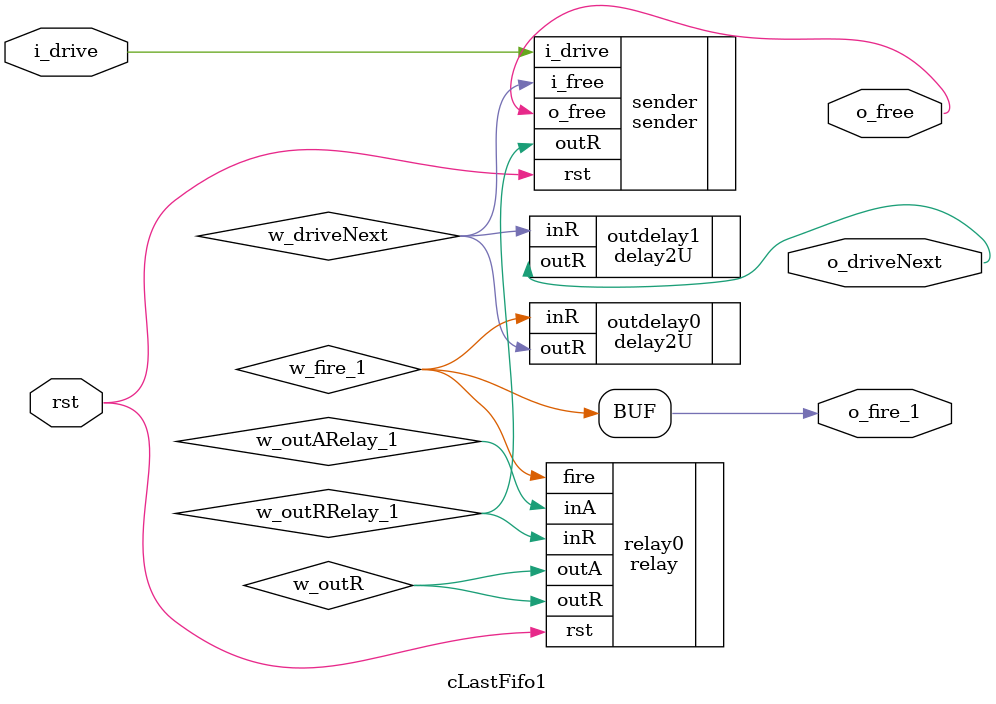
<source format=v>

`timescale 1ns / 1ps

module cLastFifo1(
    // reset signal
    input       rst     ,
    // in -->
    input       i_drive ,
    output      o_free  ,
    // --> out
    output      o_driveNext,
    output      o_fire_1
);

wire w_outRRelay_1,w_outARelay_1;
wire w_outR;
wire w_driveNext;
wire w_fire_1;

//pipeline
sender sender(
	.i_drive        ( i_drive       ),
	.o_free         ( o_free        ),
	.outR           ( w_outRRelay_1 ),
	.i_free         ( w_driveNext   ),
	.rst            ( rst           )
);

relay relay0(
	.inR            ( w_outRRelay_1 ),
	.inA            ( w_outARelay_1 ),
	.outR           ( w_outR        ),
	.outA           ( w_outR        ),
	.fire           ( w_fire_1      ),
	.rst            ( rst           )
);

assign o_fire_1 = w_fire_1;
delay2U outdelay0 (.inR(w_fire_1), .outR(w_driveNext));
delay2U outdelay1 (.inR(w_driveNext),.outR(o_driveNext));

endmodule


</source>
